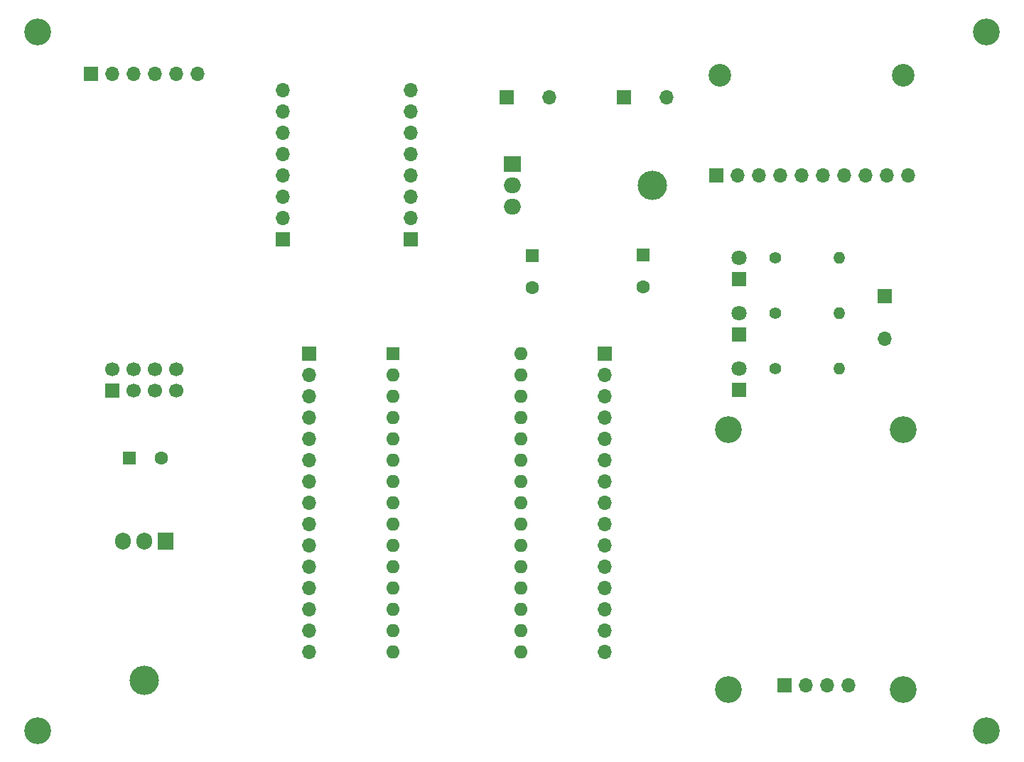
<source format=gbr>
%TF.GenerationSoftware,KiCad,Pcbnew,8.0.2*%
%TF.CreationDate,2024-06-06T15:09:29+02:00*%
%TF.ProjectId,remote controll_v1,72656d6f-7465-4206-936f-6e74726f6c6c,rev?*%
%TF.SameCoordinates,Original*%
%TF.FileFunction,Soldermask,Top*%
%TF.FilePolarity,Negative*%
%FSLAX46Y46*%
G04 Gerber Fmt 4.6, Leading zero omitted, Abs format (unit mm)*
G04 Created by KiCad (PCBNEW 8.0.2) date 2024-06-06 15:09:29*
%MOMM*%
%LPD*%
G01*
G04 APERTURE LIST*
%ADD10C,1.400000*%
%ADD11O,1.400000X1.400000*%
%ADD12R,1.800000X1.800000*%
%ADD13C,1.800000*%
%ADD14C,2.700000*%
%ADD15R,1.700000X1.700000*%
%ADD16O,1.700000X1.700000*%
%ADD17C,3.200000*%
%ADD18R,1.600000X1.600000*%
%ADD19C,1.600000*%
%ADD20C,1.700000*%
%ADD21O,1.600000X1.600000*%
%ADD22O,3.500000X3.500000*%
%ADD23R,1.905000X2.000000*%
%ADD24O,1.905000X2.000000*%
%ADD25R,2.000000X1.905000*%
%ADD26O,2.000000X1.905000*%
G04 APERTURE END LIST*
D10*
%TO.C,R2*%
X221742000Y-96520000D03*
D11*
X229362000Y-96520000D03*
%TD*%
D12*
%TO.C,D2*%
X217424000Y-99065000D03*
D13*
X217424000Y-96525000D03*
%TD*%
D10*
%TO.C,R3*%
X221742000Y-89916000D03*
D11*
X229362000Y-89916000D03*
%TD*%
D14*
%TO.C,MPU1*%
X215146000Y-68179000D03*
X236990000Y-68179000D03*
D15*
X214689000Y-80117000D03*
D16*
X217229000Y-80117000D03*
X219769000Y-80117000D03*
X222309000Y-80117000D03*
X224849000Y-80117000D03*
X227389000Y-80117000D03*
X229929000Y-80117000D03*
X232469000Y-80117000D03*
X235009000Y-80117000D03*
X237549000Y-80117000D03*
%TD*%
D10*
%TO.C,R1*%
X221742000Y-103129000D03*
D11*
X229362000Y-103129000D03*
%TD*%
D15*
%TO.C,MOTOR_A1*%
X189738000Y-70839000D03*
D16*
X194818000Y-70839000D03*
%TD*%
D17*
%TO.C,GPS1*%
X216146000Y-141400000D03*
X236974000Y-141400000D03*
X216146000Y-110412000D03*
X236974000Y-110412000D03*
D15*
X222814000Y-140892000D03*
D16*
X225354000Y-140892000D03*
X227894000Y-140892000D03*
X230434000Y-140892000D03*
%TD*%
D15*
%TO.C,TB6612FNG1*%
X178308000Y-87711000D03*
D16*
X178308000Y-85171000D03*
X178308000Y-82631000D03*
X178308000Y-80091000D03*
X178308000Y-77551000D03*
X178308000Y-75011000D03*
X178308000Y-72471000D03*
X178308000Y-69931000D03*
D15*
X163068000Y-87711000D03*
D16*
X163068000Y-85171000D03*
X163068000Y-82631000D03*
X163068000Y-80091000D03*
X163068000Y-77551000D03*
X163068000Y-75011000D03*
X163068000Y-72471000D03*
X163068000Y-69931000D03*
%TD*%
D12*
%TO.C,D1*%
X217424000Y-105669000D03*
D13*
X217424000Y-103129000D03*
%TD*%
D17*
%TO.C,REF\u002A\u002A*%
X133858000Y-62992000D03*
%TD*%
D18*
%TO.C,C5v1*%
X192786000Y-89672000D03*
D19*
X192786000Y-93472000D03*
%TD*%
D15*
%TO.C,NRF1*%
X140178000Y-68059000D03*
D16*
X142718000Y-68059000D03*
X145258000Y-68059000D03*
X147798000Y-68059000D03*
X150338000Y-68059000D03*
X152878000Y-68059000D03*
D15*
X142718000Y-105797000D03*
D20*
X142718000Y-103257000D03*
X145258000Y-105797000D03*
X145258000Y-103257000D03*
X147798000Y-105797000D03*
X147798000Y-103257000D03*
X150338000Y-105797000D03*
X150338000Y-103257000D03*
%TD*%
D17*
%TO.C,REF\u002A\u002A*%
X246888000Y-62992000D03*
%TD*%
D15*
%TO.C,A1*%
X166182000Y-101346000D03*
D18*
X176181857Y-101346000D03*
D16*
X166182000Y-103886000D03*
D21*
X176181857Y-103886000D03*
D16*
X166182000Y-106426000D03*
D21*
X176181857Y-106426000D03*
D16*
X166182000Y-108966000D03*
D21*
X176181857Y-108966000D03*
D16*
X166182000Y-111506000D03*
D21*
X176181857Y-111506000D03*
D16*
X166182000Y-114046000D03*
D21*
X176181857Y-114046000D03*
D16*
X166182000Y-116586000D03*
D21*
X176181857Y-116586000D03*
D16*
X166182000Y-119126000D03*
D21*
X176181857Y-119126000D03*
D16*
X166182000Y-121666000D03*
D21*
X176181857Y-121666000D03*
D16*
X166182000Y-124206000D03*
D21*
X176181857Y-124206000D03*
D16*
X166182000Y-126746000D03*
D21*
X176181857Y-126746000D03*
D16*
X166182000Y-129286000D03*
D21*
X176181857Y-129286000D03*
D16*
X166182000Y-131826000D03*
D21*
X176181857Y-131826000D03*
D16*
X166182000Y-134366000D03*
D21*
X176181857Y-134366000D03*
D16*
X166182000Y-136906000D03*
D21*
X176181857Y-136906000D03*
X191421857Y-136906000D03*
D16*
X201422000Y-136906000D03*
D21*
X191421857Y-134366000D03*
D16*
X201422000Y-134366000D03*
D21*
X191421857Y-131826000D03*
D16*
X201422000Y-131826000D03*
D21*
X191421857Y-129286000D03*
D16*
X201422000Y-129286000D03*
D21*
X191421857Y-126746000D03*
D16*
X201422000Y-126746000D03*
D21*
X191421857Y-124206000D03*
D16*
X201422000Y-124206000D03*
D21*
X191421857Y-121666000D03*
D16*
X201422000Y-121666000D03*
D21*
X191421857Y-119126000D03*
D16*
X201422000Y-119126000D03*
D21*
X191421857Y-116586000D03*
D16*
X201422000Y-116586000D03*
D21*
X191421857Y-114046000D03*
D16*
X201422000Y-114046000D03*
D21*
X191421857Y-111506000D03*
D16*
X201422000Y-111506000D03*
D21*
X191421857Y-108966000D03*
D16*
X201422000Y-108966000D03*
D21*
X191421857Y-106426000D03*
D16*
X201422000Y-106426000D03*
D21*
X191421857Y-103886000D03*
D16*
X201422000Y-103886000D03*
D21*
X191421857Y-101346000D03*
D15*
X201422000Y-101346000D03*
%TD*%
%TO.C,MOTOR_B1*%
X203708000Y-70839000D03*
D16*
X208788000Y-70839000D03*
%TD*%
D17*
%TO.C,REF\u002A\u002A*%
X133858000Y-146304000D03*
%TD*%
D22*
%TO.C,3v3_regulator1*%
X146558000Y-140356000D03*
D23*
X149098000Y-123696000D03*
D24*
X146558000Y-123696000D03*
X144018000Y-123696000D03*
%TD*%
D18*
%TO.C,C3.3v1*%
X144755349Y-113792000D03*
D19*
X148555349Y-113792000D03*
%TD*%
D17*
%TO.C,REF\u002A\u002A*%
X246888000Y-146304000D03*
%TD*%
D15*
%TO.C,POWER_INPUT1*%
X234796000Y-94488000D03*
D16*
X234796000Y-99568000D03*
%TD*%
D22*
%TO.C,U1*%
X207074000Y-81280000D03*
D25*
X190414000Y-78740000D03*
D26*
X190414000Y-81280000D03*
X190414000Y-83820000D03*
%TD*%
D12*
%TO.C,D3*%
X217424000Y-92461000D03*
D13*
X217424000Y-89921000D03*
%TD*%
D18*
%TO.C,C12v1*%
X205994000Y-89637349D03*
D19*
X205994000Y-93437349D03*
%TD*%
M02*

</source>
